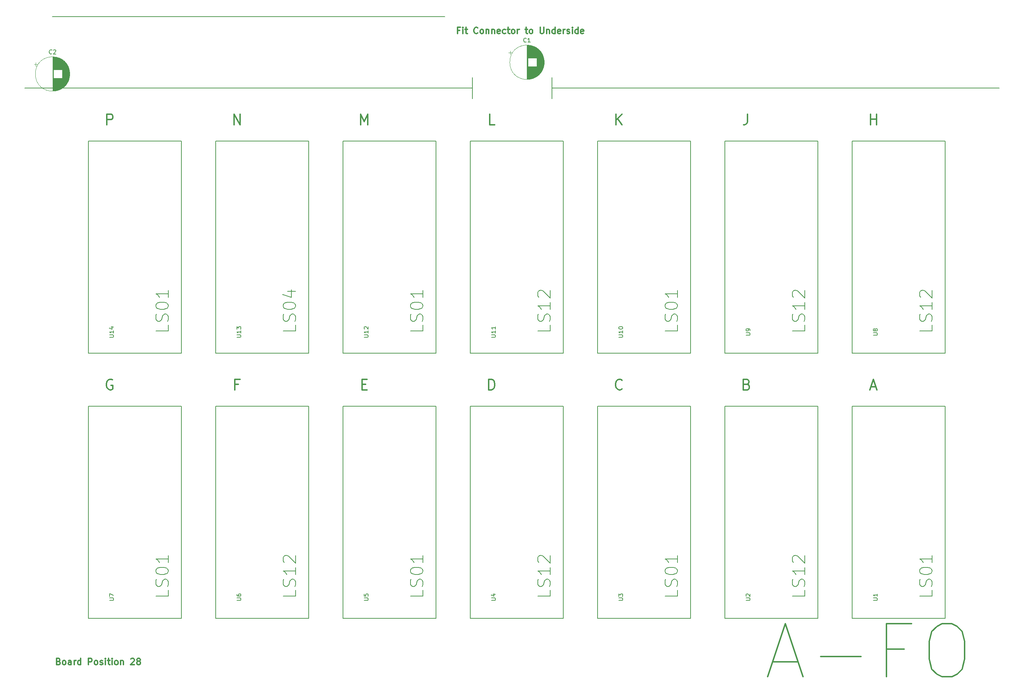
<source format=gbr>
G04 #@! TF.GenerationSoftware,KiCad,Pcbnew,(5.0.0)*
G04 #@! TF.CreationDate,2019-11-08T18:39:11+00:00*
G04 #@! TF.ProjectId,A-FO,412D464F2E6B696361645F7063620000,rev?*
G04 #@! TF.SameCoordinates,Original*
G04 #@! TF.FileFunction,Legend,Top*
G04 #@! TF.FilePolarity,Positive*
%FSLAX46Y46*%
G04 Gerber Fmt 4.6, Leading zero omitted, Abs format (unit mm)*
G04 Created by KiCad (PCBNEW (5.0.0)) date 11/08/19 18:39:11*
%MOMM*%
%LPD*%
G01*
G04 APERTURE LIST*
%ADD10C,0.300000*%
%ADD11C,0.200000*%
%ADD12C,0.150000*%
%ADD13C,0.120000*%
G04 APERTURE END LIST*
D10*
X33500000Y-180492857D02*
X33714285Y-180564285D01*
X33785714Y-180635714D01*
X33857142Y-180778571D01*
X33857142Y-180992857D01*
X33785714Y-181135714D01*
X33714285Y-181207142D01*
X33571428Y-181278571D01*
X33000000Y-181278571D01*
X33000000Y-179778571D01*
X33500000Y-179778571D01*
X33642857Y-179850000D01*
X33714285Y-179921428D01*
X33785714Y-180064285D01*
X33785714Y-180207142D01*
X33714285Y-180350000D01*
X33642857Y-180421428D01*
X33500000Y-180492857D01*
X33000000Y-180492857D01*
X34714285Y-181278571D02*
X34571428Y-181207142D01*
X34500000Y-181135714D01*
X34428571Y-180992857D01*
X34428571Y-180564285D01*
X34500000Y-180421428D01*
X34571428Y-180350000D01*
X34714285Y-180278571D01*
X34928571Y-180278571D01*
X35071428Y-180350000D01*
X35142857Y-180421428D01*
X35214285Y-180564285D01*
X35214285Y-180992857D01*
X35142857Y-181135714D01*
X35071428Y-181207142D01*
X34928571Y-181278571D01*
X34714285Y-181278571D01*
X36500000Y-181278571D02*
X36500000Y-180492857D01*
X36428571Y-180350000D01*
X36285714Y-180278571D01*
X36000000Y-180278571D01*
X35857142Y-180350000D01*
X36500000Y-181207142D02*
X36357142Y-181278571D01*
X36000000Y-181278571D01*
X35857142Y-181207142D01*
X35785714Y-181064285D01*
X35785714Y-180921428D01*
X35857142Y-180778571D01*
X36000000Y-180707142D01*
X36357142Y-180707142D01*
X36500000Y-180635714D01*
X37214285Y-181278571D02*
X37214285Y-180278571D01*
X37214285Y-180564285D02*
X37285714Y-180421428D01*
X37357142Y-180350000D01*
X37500000Y-180278571D01*
X37642857Y-180278571D01*
X38785714Y-181278571D02*
X38785714Y-179778571D01*
X38785714Y-181207142D02*
X38642857Y-181278571D01*
X38357142Y-181278571D01*
X38214285Y-181207142D01*
X38142857Y-181135714D01*
X38071428Y-180992857D01*
X38071428Y-180564285D01*
X38142857Y-180421428D01*
X38214285Y-180350000D01*
X38357142Y-180278571D01*
X38642857Y-180278571D01*
X38785714Y-180350000D01*
X40642857Y-181278571D02*
X40642857Y-179778571D01*
X41214285Y-179778571D01*
X41357142Y-179850000D01*
X41428571Y-179921428D01*
X41500000Y-180064285D01*
X41500000Y-180278571D01*
X41428571Y-180421428D01*
X41357142Y-180492857D01*
X41214285Y-180564285D01*
X40642857Y-180564285D01*
X42357142Y-181278571D02*
X42214285Y-181207142D01*
X42142857Y-181135714D01*
X42071428Y-180992857D01*
X42071428Y-180564285D01*
X42142857Y-180421428D01*
X42214285Y-180350000D01*
X42357142Y-180278571D01*
X42571428Y-180278571D01*
X42714285Y-180350000D01*
X42785714Y-180421428D01*
X42857142Y-180564285D01*
X42857142Y-180992857D01*
X42785714Y-181135714D01*
X42714285Y-181207142D01*
X42571428Y-181278571D01*
X42357142Y-181278571D01*
X43428571Y-181207142D02*
X43571428Y-181278571D01*
X43857142Y-181278571D01*
X44000000Y-181207142D01*
X44071428Y-181064285D01*
X44071428Y-180992857D01*
X44000000Y-180850000D01*
X43857142Y-180778571D01*
X43642857Y-180778571D01*
X43500000Y-180707142D01*
X43428571Y-180564285D01*
X43428571Y-180492857D01*
X43500000Y-180350000D01*
X43642857Y-180278571D01*
X43857142Y-180278571D01*
X44000000Y-180350000D01*
X44714285Y-181278571D02*
X44714285Y-180278571D01*
X44714285Y-179778571D02*
X44642857Y-179850000D01*
X44714285Y-179921428D01*
X44785714Y-179850000D01*
X44714285Y-179778571D01*
X44714285Y-179921428D01*
X45214285Y-180278571D02*
X45785714Y-180278571D01*
X45428571Y-179778571D02*
X45428571Y-181064285D01*
X45500000Y-181207142D01*
X45642857Y-181278571D01*
X45785714Y-181278571D01*
X46285714Y-181278571D02*
X46285714Y-180278571D01*
X46285714Y-179778571D02*
X46214285Y-179850000D01*
X46285714Y-179921428D01*
X46357142Y-179850000D01*
X46285714Y-179778571D01*
X46285714Y-179921428D01*
X47214285Y-181278571D02*
X47071428Y-181207142D01*
X47000000Y-181135714D01*
X46928571Y-180992857D01*
X46928571Y-180564285D01*
X47000000Y-180421428D01*
X47071428Y-180350000D01*
X47214285Y-180278571D01*
X47428571Y-180278571D01*
X47571428Y-180350000D01*
X47642857Y-180421428D01*
X47714285Y-180564285D01*
X47714285Y-180992857D01*
X47642857Y-181135714D01*
X47571428Y-181207142D01*
X47428571Y-181278571D01*
X47214285Y-181278571D01*
X48357142Y-180278571D02*
X48357142Y-181278571D01*
X48357142Y-180421428D02*
X48428571Y-180350000D01*
X48571428Y-180278571D01*
X48785714Y-180278571D01*
X48928571Y-180350000D01*
X49000000Y-180492857D01*
X49000000Y-181278571D01*
X50785714Y-179921428D02*
X50857142Y-179850000D01*
X51000000Y-179778571D01*
X51357142Y-179778571D01*
X51500000Y-179850000D01*
X51571428Y-179921428D01*
X51642857Y-180064285D01*
X51642857Y-180207142D01*
X51571428Y-180421428D01*
X50714285Y-181278571D01*
X51642857Y-181278571D01*
X52500000Y-180421428D02*
X52357142Y-180350000D01*
X52285714Y-180278571D01*
X52214285Y-180135714D01*
X52214285Y-180064285D01*
X52285714Y-179921428D01*
X52357142Y-179850000D01*
X52500000Y-179778571D01*
X52785714Y-179778571D01*
X52928571Y-179850000D01*
X53000000Y-179921428D01*
X53071428Y-180064285D01*
X53071428Y-180135714D01*
X53000000Y-180278571D01*
X52928571Y-180350000D01*
X52785714Y-180421428D01*
X52500000Y-180421428D01*
X52357142Y-180492857D01*
X52285714Y-180564285D01*
X52214285Y-180707142D01*
X52214285Y-180992857D01*
X52285714Y-181135714D01*
X52357142Y-181207142D01*
X52500000Y-181278571D01*
X52785714Y-181278571D01*
X52928571Y-181207142D01*
X53000000Y-181135714D01*
X53071428Y-180992857D01*
X53071428Y-180707142D01*
X53000000Y-180564285D01*
X52928571Y-180492857D01*
X52785714Y-180421428D01*
X45054761Y-51949047D02*
X45054761Y-49409047D01*
X46022380Y-49409047D01*
X46264285Y-49530000D01*
X46385238Y-49650952D01*
X46506190Y-49892857D01*
X46506190Y-50255714D01*
X46385238Y-50497619D01*
X46264285Y-50618571D01*
X46022380Y-50739523D01*
X45054761Y-50739523D01*
X75474285Y-51949047D02*
X75474285Y-49409047D01*
X76925714Y-51949047D01*
X76925714Y-49409047D01*
X105833333Y-51949047D02*
X105833333Y-49409047D01*
X106680000Y-51223333D01*
X107526666Y-49409047D01*
X107526666Y-51949047D01*
X137946190Y-51949047D02*
X136736666Y-51949047D01*
X136736666Y-49409047D01*
X166974761Y-51949047D02*
X166974761Y-49409047D01*
X168426190Y-51949047D02*
X167337619Y-50497619D01*
X168426190Y-49409047D02*
X166974761Y-50860476D01*
X198482857Y-49409047D02*
X198482857Y-51223333D01*
X198361904Y-51586190D01*
X198120000Y-51828095D01*
X197757142Y-51949047D01*
X197515238Y-51949047D01*
X227874285Y-51949047D02*
X227874285Y-49409047D01*
X227874285Y-50618571D02*
X229325714Y-50618571D01*
X229325714Y-51949047D02*
X229325714Y-49409047D01*
X46385238Y-113030000D02*
X46143333Y-112909047D01*
X45780476Y-112909047D01*
X45417619Y-113030000D01*
X45175714Y-113271904D01*
X45054761Y-113513809D01*
X44933809Y-113997619D01*
X44933809Y-114360476D01*
X45054761Y-114844285D01*
X45175714Y-115086190D01*
X45417619Y-115328095D01*
X45780476Y-115449047D01*
X46022380Y-115449047D01*
X46385238Y-115328095D01*
X46506190Y-115207142D01*
X46506190Y-114360476D01*
X46022380Y-114360476D01*
X76562857Y-114118571D02*
X75716190Y-114118571D01*
X75716190Y-115449047D02*
X75716190Y-112909047D01*
X76925714Y-112909047D01*
X106135714Y-114118571D02*
X106982380Y-114118571D01*
X107345238Y-115449047D02*
X106135714Y-115449047D01*
X106135714Y-112909047D01*
X107345238Y-112909047D01*
X136494761Y-115449047D02*
X136494761Y-112909047D01*
X137099523Y-112909047D01*
X137462380Y-113030000D01*
X137704285Y-113271904D01*
X137825238Y-113513809D01*
X137946190Y-113997619D01*
X137946190Y-114360476D01*
X137825238Y-114844285D01*
X137704285Y-115086190D01*
X137462380Y-115328095D01*
X137099523Y-115449047D01*
X136494761Y-115449047D01*
X168426190Y-115207142D02*
X168305238Y-115328095D01*
X167942380Y-115449047D01*
X167700476Y-115449047D01*
X167337619Y-115328095D01*
X167095714Y-115086190D01*
X166974761Y-114844285D01*
X166853809Y-114360476D01*
X166853809Y-113997619D01*
X166974761Y-113513809D01*
X167095714Y-113271904D01*
X167337619Y-113030000D01*
X167700476Y-112909047D01*
X167942380Y-112909047D01*
X168305238Y-113030000D01*
X168426190Y-113150952D01*
X198301428Y-114118571D02*
X198664285Y-114239523D01*
X198785238Y-114360476D01*
X198906190Y-114602380D01*
X198906190Y-114965238D01*
X198785238Y-115207142D01*
X198664285Y-115328095D01*
X198422380Y-115449047D01*
X197454761Y-115449047D01*
X197454761Y-112909047D01*
X198301428Y-112909047D01*
X198543333Y-113030000D01*
X198664285Y-113150952D01*
X198785238Y-113392857D01*
X198785238Y-113634761D01*
X198664285Y-113876666D01*
X198543333Y-113997619D01*
X198301428Y-114118571D01*
X197454761Y-114118571D01*
X227995238Y-114723333D02*
X229204761Y-114723333D01*
X227753333Y-115449047D02*
X228600000Y-112909047D01*
X229446666Y-115449047D01*
X129510071Y-29356857D02*
X129010071Y-29356857D01*
X129010071Y-30142571D02*
X129010071Y-28642571D01*
X129724357Y-28642571D01*
X130295785Y-30142571D02*
X130295785Y-29142571D01*
X130295785Y-28642571D02*
X130224357Y-28714000D01*
X130295785Y-28785428D01*
X130367214Y-28714000D01*
X130295785Y-28642571D01*
X130295785Y-28785428D01*
X130795785Y-29142571D02*
X131367214Y-29142571D01*
X131010071Y-28642571D02*
X131010071Y-29928285D01*
X131081500Y-30071142D01*
X131224357Y-30142571D01*
X131367214Y-30142571D01*
X133867214Y-29999714D02*
X133795785Y-30071142D01*
X133581500Y-30142571D01*
X133438642Y-30142571D01*
X133224357Y-30071142D01*
X133081500Y-29928285D01*
X133010071Y-29785428D01*
X132938642Y-29499714D01*
X132938642Y-29285428D01*
X133010071Y-28999714D01*
X133081500Y-28856857D01*
X133224357Y-28714000D01*
X133438642Y-28642571D01*
X133581500Y-28642571D01*
X133795785Y-28714000D01*
X133867214Y-28785428D01*
X134724357Y-30142571D02*
X134581500Y-30071142D01*
X134510071Y-29999714D01*
X134438642Y-29856857D01*
X134438642Y-29428285D01*
X134510071Y-29285428D01*
X134581500Y-29214000D01*
X134724357Y-29142571D01*
X134938642Y-29142571D01*
X135081500Y-29214000D01*
X135152928Y-29285428D01*
X135224357Y-29428285D01*
X135224357Y-29856857D01*
X135152928Y-29999714D01*
X135081500Y-30071142D01*
X134938642Y-30142571D01*
X134724357Y-30142571D01*
X135867214Y-29142571D02*
X135867214Y-30142571D01*
X135867214Y-29285428D02*
X135938642Y-29214000D01*
X136081500Y-29142571D01*
X136295785Y-29142571D01*
X136438642Y-29214000D01*
X136510071Y-29356857D01*
X136510071Y-30142571D01*
X137224357Y-29142571D02*
X137224357Y-30142571D01*
X137224357Y-29285428D02*
X137295785Y-29214000D01*
X137438642Y-29142571D01*
X137652928Y-29142571D01*
X137795785Y-29214000D01*
X137867214Y-29356857D01*
X137867214Y-30142571D01*
X139152928Y-30071142D02*
X139010071Y-30142571D01*
X138724357Y-30142571D01*
X138581500Y-30071142D01*
X138510071Y-29928285D01*
X138510071Y-29356857D01*
X138581500Y-29214000D01*
X138724357Y-29142571D01*
X139010071Y-29142571D01*
X139152928Y-29214000D01*
X139224357Y-29356857D01*
X139224357Y-29499714D01*
X138510071Y-29642571D01*
X140510071Y-30071142D02*
X140367214Y-30142571D01*
X140081500Y-30142571D01*
X139938642Y-30071142D01*
X139867214Y-29999714D01*
X139795785Y-29856857D01*
X139795785Y-29428285D01*
X139867214Y-29285428D01*
X139938642Y-29214000D01*
X140081500Y-29142571D01*
X140367214Y-29142571D01*
X140510071Y-29214000D01*
X140938642Y-29142571D02*
X141510071Y-29142571D01*
X141152928Y-28642571D02*
X141152928Y-29928285D01*
X141224357Y-30071142D01*
X141367214Y-30142571D01*
X141510071Y-30142571D01*
X142224357Y-30142571D02*
X142081500Y-30071142D01*
X142010071Y-29999714D01*
X141938642Y-29856857D01*
X141938642Y-29428285D01*
X142010071Y-29285428D01*
X142081500Y-29214000D01*
X142224357Y-29142571D01*
X142438642Y-29142571D01*
X142581500Y-29214000D01*
X142652928Y-29285428D01*
X142724357Y-29428285D01*
X142724357Y-29856857D01*
X142652928Y-29999714D01*
X142581500Y-30071142D01*
X142438642Y-30142571D01*
X142224357Y-30142571D01*
X143367214Y-30142571D02*
X143367214Y-29142571D01*
X143367214Y-29428285D02*
X143438642Y-29285428D01*
X143510071Y-29214000D01*
X143652928Y-29142571D01*
X143795785Y-29142571D01*
X145224357Y-29142571D02*
X145795785Y-29142571D01*
X145438642Y-28642571D02*
X145438642Y-29928285D01*
X145510071Y-30071142D01*
X145652928Y-30142571D01*
X145795785Y-30142571D01*
X146510071Y-30142571D02*
X146367214Y-30071142D01*
X146295785Y-29999714D01*
X146224357Y-29856857D01*
X146224357Y-29428285D01*
X146295785Y-29285428D01*
X146367214Y-29214000D01*
X146510071Y-29142571D01*
X146724357Y-29142571D01*
X146867214Y-29214000D01*
X146938642Y-29285428D01*
X147010071Y-29428285D01*
X147010071Y-29856857D01*
X146938642Y-29999714D01*
X146867214Y-30071142D01*
X146724357Y-30142571D01*
X146510071Y-30142571D01*
X148795785Y-28642571D02*
X148795785Y-29856857D01*
X148867214Y-29999714D01*
X148938642Y-30071142D01*
X149081500Y-30142571D01*
X149367214Y-30142571D01*
X149510071Y-30071142D01*
X149581500Y-29999714D01*
X149652928Y-29856857D01*
X149652928Y-28642571D01*
X150367214Y-29142571D02*
X150367214Y-30142571D01*
X150367214Y-29285428D02*
X150438642Y-29214000D01*
X150581500Y-29142571D01*
X150795785Y-29142571D01*
X150938642Y-29214000D01*
X151010071Y-29356857D01*
X151010071Y-30142571D01*
X152367214Y-30142571D02*
X152367214Y-28642571D01*
X152367214Y-30071142D02*
X152224357Y-30142571D01*
X151938642Y-30142571D01*
X151795785Y-30071142D01*
X151724357Y-29999714D01*
X151652928Y-29856857D01*
X151652928Y-29428285D01*
X151724357Y-29285428D01*
X151795785Y-29214000D01*
X151938642Y-29142571D01*
X152224357Y-29142571D01*
X152367214Y-29214000D01*
X153652928Y-30071142D02*
X153510071Y-30142571D01*
X153224357Y-30142571D01*
X153081500Y-30071142D01*
X153010071Y-29928285D01*
X153010071Y-29356857D01*
X153081500Y-29214000D01*
X153224357Y-29142571D01*
X153510071Y-29142571D01*
X153652928Y-29214000D01*
X153724357Y-29356857D01*
X153724357Y-29499714D01*
X153010071Y-29642571D01*
X154367214Y-30142571D02*
X154367214Y-29142571D01*
X154367214Y-29428285D02*
X154438642Y-29285428D01*
X154510071Y-29214000D01*
X154652928Y-29142571D01*
X154795785Y-29142571D01*
X155224357Y-30071142D02*
X155367214Y-30142571D01*
X155652928Y-30142571D01*
X155795785Y-30071142D01*
X155867214Y-29928285D01*
X155867214Y-29856857D01*
X155795785Y-29714000D01*
X155652928Y-29642571D01*
X155438642Y-29642571D01*
X155295785Y-29571142D01*
X155224357Y-29428285D01*
X155224357Y-29356857D01*
X155295785Y-29214000D01*
X155438642Y-29142571D01*
X155652928Y-29142571D01*
X155795785Y-29214000D01*
X156510071Y-30142571D02*
X156510071Y-29142571D01*
X156510071Y-28642571D02*
X156438642Y-28714000D01*
X156510071Y-28785428D01*
X156581500Y-28714000D01*
X156510071Y-28642571D01*
X156510071Y-28785428D01*
X157867214Y-30142571D02*
X157867214Y-28642571D01*
X157867214Y-30071142D02*
X157724357Y-30142571D01*
X157438642Y-30142571D01*
X157295785Y-30071142D01*
X157224357Y-29999714D01*
X157152928Y-29856857D01*
X157152928Y-29428285D01*
X157224357Y-29285428D01*
X157295785Y-29214000D01*
X157438642Y-29142571D01*
X157724357Y-29142571D01*
X157867214Y-29214000D01*
X159152928Y-30071142D02*
X159010071Y-30142571D01*
X158724357Y-30142571D01*
X158581500Y-30071142D01*
X158510071Y-29928285D01*
X158510071Y-29356857D01*
X158581500Y-29214000D01*
X158724357Y-29142571D01*
X159010071Y-29142571D01*
X159152928Y-29214000D01*
X159224357Y-29356857D01*
X159224357Y-29499714D01*
X158510071Y-29642571D01*
D11*
X32004000Y-26098500D02*
X125984000Y-26098500D01*
X151599900Y-40640000D02*
X151599900Y-45720000D01*
X151599900Y-43180000D02*
X258749800Y-43180000D01*
X132549900Y-40640000D02*
X132549900Y-45720000D01*
X25400000Y-43180000D02*
X132549900Y-43180000D01*
D10*
X204476047Y-180551666D02*
X210523666Y-180551666D01*
X203266523Y-184180238D02*
X207499857Y-171480238D01*
X211733190Y-184180238D01*
X215966523Y-179342142D02*
X225642714Y-179342142D01*
X235923666Y-177527857D02*
X231690333Y-177527857D01*
X231690333Y-184180238D02*
X231690333Y-171480238D01*
X237737952Y-171480238D01*
X244995095Y-171480238D02*
X247414142Y-171480238D01*
X248623666Y-172085000D01*
X249833190Y-173294523D01*
X250437952Y-175713571D01*
X250437952Y-179946904D01*
X249833190Y-182365952D01*
X248623666Y-183575476D01*
X247414142Y-184180238D01*
X244995095Y-184180238D01*
X243785571Y-183575476D01*
X242576047Y-182365952D01*
X241971285Y-179946904D01*
X241971285Y-175713571D01*
X242576047Y-173294523D01*
X243785571Y-172085000D01*
X244995095Y-171480238D01*
D12*
G04 #@! TO.C,U4*
X154305000Y-170180000D02*
X132080000Y-170180000D01*
X154305000Y-119380000D02*
X154305000Y-170180000D01*
X132080000Y-119380000D02*
X154305000Y-119380000D01*
X132080000Y-170180000D02*
X132080000Y-119380000D01*
G04 #@! TO.C,U8*
X245745000Y-106680000D02*
X223520000Y-106680000D01*
X245745000Y-55880000D02*
X245745000Y-106680000D01*
X223520000Y-55880000D02*
X245745000Y-55880000D01*
X223520000Y-106680000D02*
X223520000Y-55880000D01*
G04 #@! TO.C,U1*
X245745000Y-170180000D02*
X223520000Y-170180000D01*
X245745000Y-119380000D02*
X245745000Y-170180000D01*
X223520000Y-119380000D02*
X245745000Y-119380000D01*
X223520000Y-170180000D02*
X223520000Y-119380000D01*
G04 #@! TO.C,U12*
X123825000Y-106680000D02*
X101600000Y-106680000D01*
X123825000Y-55880000D02*
X123825000Y-106680000D01*
X101600000Y-55880000D02*
X123825000Y-55880000D01*
X101600000Y-106680000D02*
X101600000Y-55880000D01*
G04 #@! TO.C,U11*
X154305000Y-106680000D02*
X132080000Y-106680000D01*
X154305000Y-55880000D02*
X154305000Y-106680000D01*
X132080000Y-55880000D02*
X154305000Y-55880000D01*
X132080000Y-106680000D02*
X132080000Y-55880000D01*
G04 #@! TO.C,U14*
X62865000Y-106680000D02*
X40640000Y-106680000D01*
X62865000Y-55880000D02*
X62865000Y-106680000D01*
X40640000Y-55880000D02*
X62865000Y-55880000D01*
X40640000Y-106680000D02*
X40640000Y-55880000D01*
G04 #@! TO.C,U13*
X93345000Y-106680000D02*
X71120000Y-106680000D01*
X93345000Y-55880000D02*
X93345000Y-106680000D01*
X71120000Y-55880000D02*
X93345000Y-55880000D01*
X71120000Y-106680000D02*
X71120000Y-55880000D01*
G04 #@! TO.C,U2*
X215265000Y-170180000D02*
X193040000Y-170180000D01*
X215265000Y-119380000D02*
X215265000Y-170180000D01*
X193040000Y-119380000D02*
X215265000Y-119380000D01*
X193040000Y-170180000D02*
X193040000Y-119380000D01*
G04 #@! TO.C,U3*
X184785000Y-170180000D02*
X162560000Y-170180000D01*
X184785000Y-119380000D02*
X184785000Y-170180000D01*
X162560000Y-119380000D02*
X184785000Y-119380000D01*
X162560000Y-170180000D02*
X162560000Y-119380000D01*
G04 #@! TO.C,U9*
X215265000Y-106680000D02*
X193040000Y-106680000D01*
X215265000Y-55880000D02*
X215265000Y-106680000D01*
X193040000Y-55880000D02*
X215265000Y-55880000D01*
X193040000Y-106680000D02*
X193040000Y-55880000D01*
G04 #@! TO.C,U10*
X184785000Y-106680000D02*
X162560000Y-106680000D01*
X184785000Y-55880000D02*
X184785000Y-106680000D01*
X162560000Y-55880000D02*
X184785000Y-55880000D01*
X162560000Y-106680000D02*
X162560000Y-55880000D01*
G04 #@! TO.C,U5*
X123825000Y-170180000D02*
X101600000Y-170180000D01*
X123825000Y-119380000D02*
X123825000Y-170180000D01*
X101600000Y-119380000D02*
X123825000Y-119380000D01*
X101600000Y-170180000D02*
X101600000Y-119380000D01*
G04 #@! TO.C,U6*
X93345000Y-170180000D02*
X71120000Y-170180000D01*
X93345000Y-119380000D02*
X93345000Y-170180000D01*
X71120000Y-119380000D02*
X93345000Y-119380000D01*
X71120000Y-170180000D02*
X71120000Y-119380000D01*
G04 #@! TO.C,U7*
X62865000Y-170180000D02*
X40640000Y-170180000D01*
X62865000Y-119380000D02*
X62865000Y-170180000D01*
X40640000Y-119380000D02*
X62865000Y-119380000D01*
X40640000Y-170180000D02*
X40640000Y-119380000D01*
D13*
G04 #@! TO.C,C1*
X141640302Y-34285000D02*
X141640302Y-35085000D01*
X141240302Y-34685000D02*
X142040302Y-34685000D01*
X149731000Y-36467000D02*
X149731000Y-37533000D01*
X149691000Y-36232000D02*
X149691000Y-37768000D01*
X149651000Y-36052000D02*
X149651000Y-37948000D01*
X149611000Y-35902000D02*
X149611000Y-38098000D01*
X149571000Y-35771000D02*
X149571000Y-38229000D01*
X149531000Y-35654000D02*
X149531000Y-38346000D01*
X149491000Y-35547000D02*
X149491000Y-38453000D01*
X149451000Y-35448000D02*
X149451000Y-38552000D01*
X149411000Y-35355000D02*
X149411000Y-38645000D01*
X149371000Y-35269000D02*
X149371000Y-38731000D01*
X149331000Y-35187000D02*
X149331000Y-38813000D01*
X149291000Y-35110000D02*
X149291000Y-38890000D01*
X149251000Y-35036000D02*
X149251000Y-38964000D01*
X149211000Y-34966000D02*
X149211000Y-39034000D01*
X149171000Y-34898000D02*
X149171000Y-39102000D01*
X149131000Y-34834000D02*
X149131000Y-39166000D01*
X149091000Y-34772000D02*
X149091000Y-39228000D01*
X149051000Y-34713000D02*
X149051000Y-39287000D01*
X149011000Y-34655000D02*
X149011000Y-39345000D01*
X148971000Y-34600000D02*
X148971000Y-39400000D01*
X148931000Y-34546000D02*
X148931000Y-39454000D01*
X148891000Y-34495000D02*
X148891000Y-39505000D01*
X148851000Y-34444000D02*
X148851000Y-39556000D01*
X148811000Y-34396000D02*
X148811000Y-39604000D01*
X148771000Y-34349000D02*
X148771000Y-39651000D01*
X148731000Y-34303000D02*
X148731000Y-39697000D01*
X148691000Y-34259000D02*
X148691000Y-39741000D01*
X148651000Y-34216000D02*
X148651000Y-39784000D01*
X148611000Y-34174000D02*
X148611000Y-39826000D01*
X148571000Y-34133000D02*
X148571000Y-39867000D01*
X148531000Y-34093000D02*
X148531000Y-39907000D01*
X148491000Y-34055000D02*
X148491000Y-39945000D01*
X148451000Y-34017000D02*
X148451000Y-39983000D01*
X148411000Y-33981000D02*
X148411000Y-40019000D01*
X148371000Y-33945000D02*
X148371000Y-40055000D01*
X148331000Y-33910000D02*
X148331000Y-40090000D01*
X148291000Y-33876000D02*
X148291000Y-40124000D01*
X148251000Y-33844000D02*
X148251000Y-40156000D01*
X148211000Y-33811000D02*
X148211000Y-40189000D01*
X148171000Y-33780000D02*
X148171000Y-40220000D01*
X148131000Y-33750000D02*
X148131000Y-40250000D01*
X148091000Y-33720000D02*
X148091000Y-40280000D01*
X148051000Y-33691000D02*
X148051000Y-40309000D01*
X148011000Y-33662000D02*
X148011000Y-40338000D01*
X147971000Y-33635000D02*
X147971000Y-40365000D01*
X147931000Y-38040000D02*
X147931000Y-40392000D01*
X147931000Y-33608000D02*
X147931000Y-35960000D01*
X147891000Y-38040000D02*
X147891000Y-40418000D01*
X147891000Y-33582000D02*
X147891000Y-35960000D01*
X147851000Y-38040000D02*
X147851000Y-40444000D01*
X147851000Y-33556000D02*
X147851000Y-35960000D01*
X147811000Y-38040000D02*
X147811000Y-40469000D01*
X147811000Y-33531000D02*
X147811000Y-35960000D01*
X147771000Y-38040000D02*
X147771000Y-40493000D01*
X147771000Y-33507000D02*
X147771000Y-35960000D01*
X147731000Y-38040000D02*
X147731000Y-40517000D01*
X147731000Y-33483000D02*
X147731000Y-35960000D01*
X147691000Y-38040000D02*
X147691000Y-40540000D01*
X147691000Y-33460000D02*
X147691000Y-35960000D01*
X147651000Y-38040000D02*
X147651000Y-40562000D01*
X147651000Y-33438000D02*
X147651000Y-35960000D01*
X147611000Y-38040000D02*
X147611000Y-40584000D01*
X147611000Y-33416000D02*
X147611000Y-35960000D01*
X147571000Y-38040000D02*
X147571000Y-40606000D01*
X147571000Y-33394000D02*
X147571000Y-35960000D01*
X147531000Y-38040000D02*
X147531000Y-40627000D01*
X147531000Y-33373000D02*
X147531000Y-35960000D01*
X147491000Y-38040000D02*
X147491000Y-40647000D01*
X147491000Y-33353000D02*
X147491000Y-35960000D01*
X147451000Y-38040000D02*
X147451000Y-40666000D01*
X147451000Y-33334000D02*
X147451000Y-35960000D01*
X147411000Y-38040000D02*
X147411000Y-40686000D01*
X147411000Y-33314000D02*
X147411000Y-35960000D01*
X147371000Y-38040000D02*
X147371000Y-40704000D01*
X147371000Y-33296000D02*
X147371000Y-35960000D01*
X147331000Y-38040000D02*
X147331000Y-40722000D01*
X147331000Y-33278000D02*
X147331000Y-35960000D01*
X147291000Y-38040000D02*
X147291000Y-40740000D01*
X147291000Y-33260000D02*
X147291000Y-35960000D01*
X147251000Y-38040000D02*
X147251000Y-40757000D01*
X147251000Y-33243000D02*
X147251000Y-35960000D01*
X147211000Y-38040000D02*
X147211000Y-40774000D01*
X147211000Y-33226000D02*
X147211000Y-35960000D01*
X147171000Y-38040000D02*
X147171000Y-40790000D01*
X147171000Y-33210000D02*
X147171000Y-35960000D01*
X147131000Y-38040000D02*
X147131000Y-40805000D01*
X147131000Y-33195000D02*
X147131000Y-35960000D01*
X147091000Y-38040000D02*
X147091000Y-40821000D01*
X147091000Y-33179000D02*
X147091000Y-35960000D01*
X147051000Y-38040000D02*
X147051000Y-40835000D01*
X147051000Y-33165000D02*
X147051000Y-35960000D01*
X147011000Y-38040000D02*
X147011000Y-40850000D01*
X147011000Y-33150000D02*
X147011000Y-35960000D01*
X146971000Y-38040000D02*
X146971000Y-40863000D01*
X146971000Y-33137000D02*
X146971000Y-35960000D01*
X146931000Y-38040000D02*
X146931000Y-40877000D01*
X146931000Y-33123000D02*
X146931000Y-35960000D01*
X146891000Y-38040000D02*
X146891000Y-40889000D01*
X146891000Y-33111000D02*
X146891000Y-35960000D01*
X146851000Y-38040000D02*
X146851000Y-40902000D01*
X146851000Y-33098000D02*
X146851000Y-35960000D01*
X146811000Y-38040000D02*
X146811000Y-40914000D01*
X146811000Y-33086000D02*
X146811000Y-35960000D01*
X146771000Y-38040000D02*
X146771000Y-40925000D01*
X146771000Y-33075000D02*
X146771000Y-35960000D01*
X146731000Y-38040000D02*
X146731000Y-40936000D01*
X146731000Y-33064000D02*
X146731000Y-35960000D01*
X146691000Y-38040000D02*
X146691000Y-40947000D01*
X146691000Y-33053000D02*
X146691000Y-35960000D01*
X146651000Y-38040000D02*
X146651000Y-40957000D01*
X146651000Y-33043000D02*
X146651000Y-35960000D01*
X146611000Y-38040000D02*
X146611000Y-40967000D01*
X146611000Y-33033000D02*
X146611000Y-35960000D01*
X146571000Y-38040000D02*
X146571000Y-40976000D01*
X146571000Y-33024000D02*
X146571000Y-35960000D01*
X146531000Y-38040000D02*
X146531000Y-40985000D01*
X146531000Y-33015000D02*
X146531000Y-35960000D01*
X146491000Y-38040000D02*
X146491000Y-40994000D01*
X146491000Y-33006000D02*
X146491000Y-35960000D01*
X146451000Y-38040000D02*
X146451000Y-41002000D01*
X146451000Y-32998000D02*
X146451000Y-35960000D01*
X146411000Y-38040000D02*
X146411000Y-41010000D01*
X146411000Y-32990000D02*
X146411000Y-35960000D01*
X146371000Y-38040000D02*
X146371000Y-41017000D01*
X146371000Y-32983000D02*
X146371000Y-35960000D01*
X146330000Y-38040000D02*
X146330000Y-41024000D01*
X146330000Y-32976000D02*
X146330000Y-35960000D01*
X146290000Y-38040000D02*
X146290000Y-41030000D01*
X146290000Y-32970000D02*
X146290000Y-35960000D01*
X146250000Y-38040000D02*
X146250000Y-41037000D01*
X146250000Y-32963000D02*
X146250000Y-35960000D01*
X146210000Y-38040000D02*
X146210000Y-41042000D01*
X146210000Y-32958000D02*
X146210000Y-35960000D01*
X146170000Y-38040000D02*
X146170000Y-41048000D01*
X146170000Y-32952000D02*
X146170000Y-35960000D01*
X146130000Y-38040000D02*
X146130000Y-41052000D01*
X146130000Y-32948000D02*
X146130000Y-35960000D01*
X146090000Y-38040000D02*
X146090000Y-41057000D01*
X146090000Y-32943000D02*
X146090000Y-35960000D01*
X146050000Y-38040000D02*
X146050000Y-41061000D01*
X146050000Y-32939000D02*
X146050000Y-35960000D01*
X146010000Y-38040000D02*
X146010000Y-41065000D01*
X146010000Y-32935000D02*
X146010000Y-35960000D01*
X145970000Y-38040000D02*
X145970000Y-41068000D01*
X145970000Y-32932000D02*
X145970000Y-35960000D01*
X145930000Y-38040000D02*
X145930000Y-41071000D01*
X145930000Y-32929000D02*
X145930000Y-35960000D01*
X145890000Y-38040000D02*
X145890000Y-41074000D01*
X145890000Y-32926000D02*
X145890000Y-35960000D01*
X145850000Y-32924000D02*
X145850000Y-41076000D01*
X145810000Y-32923000D02*
X145810000Y-41077000D01*
X145770000Y-32921000D02*
X145770000Y-41079000D01*
X145730000Y-32920000D02*
X145730000Y-41080000D01*
X145690000Y-32920000D02*
X145690000Y-41080000D01*
X145650000Y-32920000D02*
X145650000Y-41080000D01*
X149770000Y-37000000D02*
G75*
G03X149770000Y-37000000I-4120000J0D01*
G01*
G04 #@! TO.C,C2*
X28040302Y-37085000D02*
X28040302Y-37885000D01*
X27640302Y-37485000D02*
X28440302Y-37485000D01*
X36131000Y-39267000D02*
X36131000Y-40333000D01*
X36091000Y-39032000D02*
X36091000Y-40568000D01*
X36051000Y-38852000D02*
X36051000Y-40748000D01*
X36011000Y-38702000D02*
X36011000Y-40898000D01*
X35971000Y-38571000D02*
X35971000Y-41029000D01*
X35931000Y-38454000D02*
X35931000Y-41146000D01*
X35891000Y-38347000D02*
X35891000Y-41253000D01*
X35851000Y-38248000D02*
X35851000Y-41352000D01*
X35811000Y-38155000D02*
X35811000Y-41445000D01*
X35771000Y-38069000D02*
X35771000Y-41531000D01*
X35731000Y-37987000D02*
X35731000Y-41613000D01*
X35691000Y-37910000D02*
X35691000Y-41690000D01*
X35651000Y-37836000D02*
X35651000Y-41764000D01*
X35611000Y-37766000D02*
X35611000Y-41834000D01*
X35571000Y-37698000D02*
X35571000Y-41902000D01*
X35531000Y-37634000D02*
X35531000Y-41966000D01*
X35491000Y-37572000D02*
X35491000Y-42028000D01*
X35451000Y-37513000D02*
X35451000Y-42087000D01*
X35411000Y-37455000D02*
X35411000Y-42145000D01*
X35371000Y-37400000D02*
X35371000Y-42200000D01*
X35331000Y-37346000D02*
X35331000Y-42254000D01*
X35291000Y-37295000D02*
X35291000Y-42305000D01*
X35251000Y-37244000D02*
X35251000Y-42356000D01*
X35211000Y-37196000D02*
X35211000Y-42404000D01*
X35171000Y-37149000D02*
X35171000Y-42451000D01*
X35131000Y-37103000D02*
X35131000Y-42497000D01*
X35091000Y-37059000D02*
X35091000Y-42541000D01*
X35051000Y-37016000D02*
X35051000Y-42584000D01*
X35011000Y-36974000D02*
X35011000Y-42626000D01*
X34971000Y-36933000D02*
X34971000Y-42667000D01*
X34931000Y-36893000D02*
X34931000Y-42707000D01*
X34891000Y-36855000D02*
X34891000Y-42745000D01*
X34851000Y-36817000D02*
X34851000Y-42783000D01*
X34811000Y-36781000D02*
X34811000Y-42819000D01*
X34771000Y-36745000D02*
X34771000Y-42855000D01*
X34731000Y-36710000D02*
X34731000Y-42890000D01*
X34691000Y-36676000D02*
X34691000Y-42924000D01*
X34651000Y-36644000D02*
X34651000Y-42956000D01*
X34611000Y-36611000D02*
X34611000Y-42989000D01*
X34571000Y-36580000D02*
X34571000Y-43020000D01*
X34531000Y-36550000D02*
X34531000Y-43050000D01*
X34491000Y-36520000D02*
X34491000Y-43080000D01*
X34451000Y-36491000D02*
X34451000Y-43109000D01*
X34411000Y-36462000D02*
X34411000Y-43138000D01*
X34371000Y-36435000D02*
X34371000Y-43165000D01*
X34331000Y-40840000D02*
X34331000Y-43192000D01*
X34331000Y-36408000D02*
X34331000Y-38760000D01*
X34291000Y-40840000D02*
X34291000Y-43218000D01*
X34291000Y-36382000D02*
X34291000Y-38760000D01*
X34251000Y-40840000D02*
X34251000Y-43244000D01*
X34251000Y-36356000D02*
X34251000Y-38760000D01*
X34211000Y-40840000D02*
X34211000Y-43269000D01*
X34211000Y-36331000D02*
X34211000Y-38760000D01*
X34171000Y-40840000D02*
X34171000Y-43293000D01*
X34171000Y-36307000D02*
X34171000Y-38760000D01*
X34131000Y-40840000D02*
X34131000Y-43317000D01*
X34131000Y-36283000D02*
X34131000Y-38760000D01*
X34091000Y-40840000D02*
X34091000Y-43340000D01*
X34091000Y-36260000D02*
X34091000Y-38760000D01*
X34051000Y-40840000D02*
X34051000Y-43362000D01*
X34051000Y-36238000D02*
X34051000Y-38760000D01*
X34011000Y-40840000D02*
X34011000Y-43384000D01*
X34011000Y-36216000D02*
X34011000Y-38760000D01*
X33971000Y-40840000D02*
X33971000Y-43406000D01*
X33971000Y-36194000D02*
X33971000Y-38760000D01*
X33931000Y-40840000D02*
X33931000Y-43427000D01*
X33931000Y-36173000D02*
X33931000Y-38760000D01*
X33891000Y-40840000D02*
X33891000Y-43447000D01*
X33891000Y-36153000D02*
X33891000Y-38760000D01*
X33851000Y-40840000D02*
X33851000Y-43466000D01*
X33851000Y-36134000D02*
X33851000Y-38760000D01*
X33811000Y-40840000D02*
X33811000Y-43486000D01*
X33811000Y-36114000D02*
X33811000Y-38760000D01*
X33771000Y-40840000D02*
X33771000Y-43504000D01*
X33771000Y-36096000D02*
X33771000Y-38760000D01*
X33731000Y-40840000D02*
X33731000Y-43522000D01*
X33731000Y-36078000D02*
X33731000Y-38760000D01*
X33691000Y-40840000D02*
X33691000Y-43540000D01*
X33691000Y-36060000D02*
X33691000Y-38760000D01*
X33651000Y-40840000D02*
X33651000Y-43557000D01*
X33651000Y-36043000D02*
X33651000Y-38760000D01*
X33611000Y-40840000D02*
X33611000Y-43574000D01*
X33611000Y-36026000D02*
X33611000Y-38760000D01*
X33571000Y-40840000D02*
X33571000Y-43590000D01*
X33571000Y-36010000D02*
X33571000Y-38760000D01*
X33531000Y-40840000D02*
X33531000Y-43605000D01*
X33531000Y-35995000D02*
X33531000Y-38760000D01*
X33491000Y-40840000D02*
X33491000Y-43621000D01*
X33491000Y-35979000D02*
X33491000Y-38760000D01*
X33451000Y-40840000D02*
X33451000Y-43635000D01*
X33451000Y-35965000D02*
X33451000Y-38760000D01*
X33411000Y-40840000D02*
X33411000Y-43650000D01*
X33411000Y-35950000D02*
X33411000Y-38760000D01*
X33371000Y-40840000D02*
X33371000Y-43663000D01*
X33371000Y-35937000D02*
X33371000Y-38760000D01*
X33331000Y-40840000D02*
X33331000Y-43677000D01*
X33331000Y-35923000D02*
X33331000Y-38760000D01*
X33291000Y-40840000D02*
X33291000Y-43689000D01*
X33291000Y-35911000D02*
X33291000Y-38760000D01*
X33251000Y-40840000D02*
X33251000Y-43702000D01*
X33251000Y-35898000D02*
X33251000Y-38760000D01*
X33211000Y-40840000D02*
X33211000Y-43714000D01*
X33211000Y-35886000D02*
X33211000Y-38760000D01*
X33171000Y-40840000D02*
X33171000Y-43725000D01*
X33171000Y-35875000D02*
X33171000Y-38760000D01*
X33131000Y-40840000D02*
X33131000Y-43736000D01*
X33131000Y-35864000D02*
X33131000Y-38760000D01*
X33091000Y-40840000D02*
X33091000Y-43747000D01*
X33091000Y-35853000D02*
X33091000Y-38760000D01*
X33051000Y-40840000D02*
X33051000Y-43757000D01*
X33051000Y-35843000D02*
X33051000Y-38760000D01*
X33011000Y-40840000D02*
X33011000Y-43767000D01*
X33011000Y-35833000D02*
X33011000Y-38760000D01*
X32971000Y-40840000D02*
X32971000Y-43776000D01*
X32971000Y-35824000D02*
X32971000Y-38760000D01*
X32931000Y-40840000D02*
X32931000Y-43785000D01*
X32931000Y-35815000D02*
X32931000Y-38760000D01*
X32891000Y-40840000D02*
X32891000Y-43794000D01*
X32891000Y-35806000D02*
X32891000Y-38760000D01*
X32851000Y-40840000D02*
X32851000Y-43802000D01*
X32851000Y-35798000D02*
X32851000Y-38760000D01*
X32811000Y-40840000D02*
X32811000Y-43810000D01*
X32811000Y-35790000D02*
X32811000Y-38760000D01*
X32771000Y-40840000D02*
X32771000Y-43817000D01*
X32771000Y-35783000D02*
X32771000Y-38760000D01*
X32730000Y-40840000D02*
X32730000Y-43824000D01*
X32730000Y-35776000D02*
X32730000Y-38760000D01*
X32690000Y-40840000D02*
X32690000Y-43830000D01*
X32690000Y-35770000D02*
X32690000Y-38760000D01*
X32650000Y-40840000D02*
X32650000Y-43837000D01*
X32650000Y-35763000D02*
X32650000Y-38760000D01*
X32610000Y-40840000D02*
X32610000Y-43842000D01*
X32610000Y-35758000D02*
X32610000Y-38760000D01*
X32570000Y-40840000D02*
X32570000Y-43848000D01*
X32570000Y-35752000D02*
X32570000Y-38760000D01*
X32530000Y-40840000D02*
X32530000Y-43852000D01*
X32530000Y-35748000D02*
X32530000Y-38760000D01*
X32490000Y-40840000D02*
X32490000Y-43857000D01*
X32490000Y-35743000D02*
X32490000Y-38760000D01*
X32450000Y-40840000D02*
X32450000Y-43861000D01*
X32450000Y-35739000D02*
X32450000Y-38760000D01*
X32410000Y-40840000D02*
X32410000Y-43865000D01*
X32410000Y-35735000D02*
X32410000Y-38760000D01*
X32370000Y-40840000D02*
X32370000Y-43868000D01*
X32370000Y-35732000D02*
X32370000Y-38760000D01*
X32330000Y-40840000D02*
X32330000Y-43871000D01*
X32330000Y-35729000D02*
X32330000Y-38760000D01*
X32290000Y-40840000D02*
X32290000Y-43874000D01*
X32290000Y-35726000D02*
X32290000Y-38760000D01*
X32250000Y-35724000D02*
X32250000Y-43876000D01*
X32210000Y-35723000D02*
X32210000Y-43877000D01*
X32170000Y-35721000D02*
X32170000Y-43879000D01*
X32130000Y-35720000D02*
X32130000Y-43880000D01*
X32090000Y-35720000D02*
X32090000Y-43880000D01*
X32050000Y-35720000D02*
X32050000Y-43880000D01*
X36170000Y-39800000D02*
G75*
G03X36170000Y-39800000I-4120000J0D01*
G01*
G04 #@! TO.C,U4*
D12*
X137112380Y-165861904D02*
X137921904Y-165861904D01*
X138017142Y-165814285D01*
X138064761Y-165766666D01*
X138112380Y-165671428D01*
X138112380Y-165480952D01*
X138064761Y-165385714D01*
X138017142Y-165338095D01*
X137921904Y-165290476D01*
X137112380Y-165290476D01*
X137445714Y-164385714D02*
X138112380Y-164385714D01*
X137064761Y-164623809D02*
X137779047Y-164861904D01*
X137779047Y-164242857D01*
X151217142Y-163377142D02*
X151217142Y-164805714D01*
X148217142Y-164805714D01*
X151074285Y-162520000D02*
X151217142Y-162091428D01*
X151217142Y-161377142D01*
X151074285Y-161091428D01*
X150931428Y-160948571D01*
X150645714Y-160805714D01*
X150360000Y-160805714D01*
X150074285Y-160948571D01*
X149931428Y-161091428D01*
X149788571Y-161377142D01*
X149645714Y-161948571D01*
X149502857Y-162234285D01*
X149360000Y-162377142D01*
X149074285Y-162520000D01*
X148788571Y-162520000D01*
X148502857Y-162377142D01*
X148360000Y-162234285D01*
X148217142Y-161948571D01*
X148217142Y-161234285D01*
X148360000Y-160805714D01*
X151217142Y-157948571D02*
X151217142Y-159662857D01*
X151217142Y-158805714D02*
X148217142Y-158805714D01*
X148645714Y-159091428D01*
X148931428Y-159377142D01*
X149074285Y-159662857D01*
X148502857Y-156805714D02*
X148360000Y-156662857D01*
X148217142Y-156377142D01*
X148217142Y-155662857D01*
X148360000Y-155377142D01*
X148502857Y-155234285D01*
X148788571Y-155091428D01*
X149074285Y-155091428D01*
X149502857Y-155234285D01*
X151217142Y-156948571D01*
X151217142Y-155091428D01*
G04 #@! TO.C,U8*
X228552380Y-102361904D02*
X229361904Y-102361904D01*
X229457142Y-102314285D01*
X229504761Y-102266666D01*
X229552380Y-102171428D01*
X229552380Y-101980952D01*
X229504761Y-101885714D01*
X229457142Y-101838095D01*
X229361904Y-101790476D01*
X228552380Y-101790476D01*
X228980952Y-101171428D02*
X228933333Y-101266666D01*
X228885714Y-101314285D01*
X228790476Y-101361904D01*
X228742857Y-101361904D01*
X228647619Y-101314285D01*
X228600000Y-101266666D01*
X228552380Y-101171428D01*
X228552380Y-100980952D01*
X228600000Y-100885714D01*
X228647619Y-100838095D01*
X228742857Y-100790476D01*
X228790476Y-100790476D01*
X228885714Y-100838095D01*
X228933333Y-100885714D01*
X228980952Y-100980952D01*
X228980952Y-101171428D01*
X229028571Y-101266666D01*
X229076190Y-101314285D01*
X229171428Y-101361904D01*
X229361904Y-101361904D01*
X229457142Y-101314285D01*
X229504761Y-101266666D01*
X229552380Y-101171428D01*
X229552380Y-100980952D01*
X229504761Y-100885714D01*
X229457142Y-100838095D01*
X229361904Y-100790476D01*
X229171428Y-100790476D01*
X229076190Y-100838095D01*
X229028571Y-100885714D01*
X228980952Y-100980952D01*
X242657142Y-99877142D02*
X242657142Y-101305714D01*
X239657142Y-101305714D01*
X242514285Y-99020000D02*
X242657142Y-98591428D01*
X242657142Y-97877142D01*
X242514285Y-97591428D01*
X242371428Y-97448571D01*
X242085714Y-97305714D01*
X241800000Y-97305714D01*
X241514285Y-97448571D01*
X241371428Y-97591428D01*
X241228571Y-97877142D01*
X241085714Y-98448571D01*
X240942857Y-98734285D01*
X240800000Y-98877142D01*
X240514285Y-99020000D01*
X240228571Y-99020000D01*
X239942857Y-98877142D01*
X239800000Y-98734285D01*
X239657142Y-98448571D01*
X239657142Y-97734285D01*
X239800000Y-97305714D01*
X242657142Y-94448571D02*
X242657142Y-96162857D01*
X242657142Y-95305714D02*
X239657142Y-95305714D01*
X240085714Y-95591428D01*
X240371428Y-95877142D01*
X240514285Y-96162857D01*
X239942857Y-93305714D02*
X239800000Y-93162857D01*
X239657142Y-92877142D01*
X239657142Y-92162857D01*
X239800000Y-91877142D01*
X239942857Y-91734285D01*
X240228571Y-91591428D01*
X240514285Y-91591428D01*
X240942857Y-91734285D01*
X242657142Y-93448571D01*
X242657142Y-91591428D01*
G04 #@! TO.C,U1*
X228552380Y-165861904D02*
X229361904Y-165861904D01*
X229457142Y-165814285D01*
X229504761Y-165766666D01*
X229552380Y-165671428D01*
X229552380Y-165480952D01*
X229504761Y-165385714D01*
X229457142Y-165338095D01*
X229361904Y-165290476D01*
X228552380Y-165290476D01*
X229552380Y-164290476D02*
X229552380Y-164861904D01*
X229552380Y-164576190D02*
X228552380Y-164576190D01*
X228695238Y-164671428D01*
X228790476Y-164766666D01*
X228838095Y-164861904D01*
X242657142Y-163377142D02*
X242657142Y-164805714D01*
X239657142Y-164805714D01*
X242514285Y-162520000D02*
X242657142Y-162091428D01*
X242657142Y-161377142D01*
X242514285Y-161091428D01*
X242371428Y-160948571D01*
X242085714Y-160805714D01*
X241800000Y-160805714D01*
X241514285Y-160948571D01*
X241371428Y-161091428D01*
X241228571Y-161377142D01*
X241085714Y-161948571D01*
X240942857Y-162234285D01*
X240800000Y-162377142D01*
X240514285Y-162520000D01*
X240228571Y-162520000D01*
X239942857Y-162377142D01*
X239800000Y-162234285D01*
X239657142Y-161948571D01*
X239657142Y-161234285D01*
X239800000Y-160805714D01*
X239657142Y-158948571D02*
X239657142Y-158662857D01*
X239800000Y-158377142D01*
X239942857Y-158234285D01*
X240228571Y-158091428D01*
X240800000Y-157948571D01*
X241514285Y-157948571D01*
X242085714Y-158091428D01*
X242371428Y-158234285D01*
X242514285Y-158377142D01*
X242657142Y-158662857D01*
X242657142Y-158948571D01*
X242514285Y-159234285D01*
X242371428Y-159377142D01*
X242085714Y-159520000D01*
X241514285Y-159662857D01*
X240800000Y-159662857D01*
X240228571Y-159520000D01*
X239942857Y-159377142D01*
X239800000Y-159234285D01*
X239657142Y-158948571D01*
X242657142Y-155091428D02*
X242657142Y-156805714D01*
X242657142Y-155948571D02*
X239657142Y-155948571D01*
X240085714Y-156234285D01*
X240371428Y-156520000D01*
X240514285Y-156805714D01*
G04 #@! TO.C,U12*
X106632380Y-102838095D02*
X107441904Y-102838095D01*
X107537142Y-102790476D01*
X107584761Y-102742857D01*
X107632380Y-102647619D01*
X107632380Y-102457142D01*
X107584761Y-102361904D01*
X107537142Y-102314285D01*
X107441904Y-102266666D01*
X106632380Y-102266666D01*
X107632380Y-101266666D02*
X107632380Y-101838095D01*
X107632380Y-101552380D02*
X106632380Y-101552380D01*
X106775238Y-101647619D01*
X106870476Y-101742857D01*
X106918095Y-101838095D01*
X106727619Y-100885714D02*
X106680000Y-100838095D01*
X106632380Y-100742857D01*
X106632380Y-100504761D01*
X106680000Y-100409523D01*
X106727619Y-100361904D01*
X106822857Y-100314285D01*
X106918095Y-100314285D01*
X107060952Y-100361904D01*
X107632380Y-100933333D01*
X107632380Y-100314285D01*
X120737142Y-99877142D02*
X120737142Y-101305714D01*
X117737142Y-101305714D01*
X120594285Y-99020000D02*
X120737142Y-98591428D01*
X120737142Y-97877142D01*
X120594285Y-97591428D01*
X120451428Y-97448571D01*
X120165714Y-97305714D01*
X119880000Y-97305714D01*
X119594285Y-97448571D01*
X119451428Y-97591428D01*
X119308571Y-97877142D01*
X119165714Y-98448571D01*
X119022857Y-98734285D01*
X118880000Y-98877142D01*
X118594285Y-99020000D01*
X118308571Y-99020000D01*
X118022857Y-98877142D01*
X117880000Y-98734285D01*
X117737142Y-98448571D01*
X117737142Y-97734285D01*
X117880000Y-97305714D01*
X117737142Y-95448571D02*
X117737142Y-95162857D01*
X117880000Y-94877142D01*
X118022857Y-94734285D01*
X118308571Y-94591428D01*
X118880000Y-94448571D01*
X119594285Y-94448571D01*
X120165714Y-94591428D01*
X120451428Y-94734285D01*
X120594285Y-94877142D01*
X120737142Y-95162857D01*
X120737142Y-95448571D01*
X120594285Y-95734285D01*
X120451428Y-95877142D01*
X120165714Y-96020000D01*
X119594285Y-96162857D01*
X118880000Y-96162857D01*
X118308571Y-96020000D01*
X118022857Y-95877142D01*
X117880000Y-95734285D01*
X117737142Y-95448571D01*
X120737142Y-91591428D02*
X120737142Y-93305714D01*
X120737142Y-92448571D02*
X117737142Y-92448571D01*
X118165714Y-92734285D01*
X118451428Y-93020000D01*
X118594285Y-93305714D01*
G04 #@! TO.C,U11*
X137112380Y-102838095D02*
X137921904Y-102838095D01*
X138017142Y-102790476D01*
X138064761Y-102742857D01*
X138112380Y-102647619D01*
X138112380Y-102457142D01*
X138064761Y-102361904D01*
X138017142Y-102314285D01*
X137921904Y-102266666D01*
X137112380Y-102266666D01*
X138112380Y-101266666D02*
X138112380Y-101838095D01*
X138112380Y-101552380D02*
X137112380Y-101552380D01*
X137255238Y-101647619D01*
X137350476Y-101742857D01*
X137398095Y-101838095D01*
X138112380Y-100314285D02*
X138112380Y-100885714D01*
X138112380Y-100600000D02*
X137112380Y-100600000D01*
X137255238Y-100695238D01*
X137350476Y-100790476D01*
X137398095Y-100885714D01*
X151217142Y-99877142D02*
X151217142Y-101305714D01*
X148217142Y-101305714D01*
X151074285Y-99020000D02*
X151217142Y-98591428D01*
X151217142Y-97877142D01*
X151074285Y-97591428D01*
X150931428Y-97448571D01*
X150645714Y-97305714D01*
X150360000Y-97305714D01*
X150074285Y-97448571D01*
X149931428Y-97591428D01*
X149788571Y-97877142D01*
X149645714Y-98448571D01*
X149502857Y-98734285D01*
X149360000Y-98877142D01*
X149074285Y-99020000D01*
X148788571Y-99020000D01*
X148502857Y-98877142D01*
X148360000Y-98734285D01*
X148217142Y-98448571D01*
X148217142Y-97734285D01*
X148360000Y-97305714D01*
X151217142Y-94448571D02*
X151217142Y-96162857D01*
X151217142Y-95305714D02*
X148217142Y-95305714D01*
X148645714Y-95591428D01*
X148931428Y-95877142D01*
X149074285Y-96162857D01*
X148502857Y-93305714D02*
X148360000Y-93162857D01*
X148217142Y-92877142D01*
X148217142Y-92162857D01*
X148360000Y-91877142D01*
X148502857Y-91734285D01*
X148788571Y-91591428D01*
X149074285Y-91591428D01*
X149502857Y-91734285D01*
X151217142Y-93448571D01*
X151217142Y-91591428D01*
G04 #@! TO.C,U14*
X45672380Y-102838095D02*
X46481904Y-102838095D01*
X46577142Y-102790476D01*
X46624761Y-102742857D01*
X46672380Y-102647619D01*
X46672380Y-102457142D01*
X46624761Y-102361904D01*
X46577142Y-102314285D01*
X46481904Y-102266666D01*
X45672380Y-102266666D01*
X46672380Y-101266666D02*
X46672380Y-101838095D01*
X46672380Y-101552380D02*
X45672380Y-101552380D01*
X45815238Y-101647619D01*
X45910476Y-101742857D01*
X45958095Y-101838095D01*
X46005714Y-100409523D02*
X46672380Y-100409523D01*
X45624761Y-100647619D02*
X46339047Y-100885714D01*
X46339047Y-100266666D01*
X59777142Y-99877142D02*
X59777142Y-101305714D01*
X56777142Y-101305714D01*
X59634285Y-99020000D02*
X59777142Y-98591428D01*
X59777142Y-97877142D01*
X59634285Y-97591428D01*
X59491428Y-97448571D01*
X59205714Y-97305714D01*
X58920000Y-97305714D01*
X58634285Y-97448571D01*
X58491428Y-97591428D01*
X58348571Y-97877142D01*
X58205714Y-98448571D01*
X58062857Y-98734285D01*
X57920000Y-98877142D01*
X57634285Y-99020000D01*
X57348571Y-99020000D01*
X57062857Y-98877142D01*
X56920000Y-98734285D01*
X56777142Y-98448571D01*
X56777142Y-97734285D01*
X56920000Y-97305714D01*
X56777142Y-95448571D02*
X56777142Y-95162857D01*
X56920000Y-94877142D01*
X57062857Y-94734285D01*
X57348571Y-94591428D01*
X57920000Y-94448571D01*
X58634285Y-94448571D01*
X59205714Y-94591428D01*
X59491428Y-94734285D01*
X59634285Y-94877142D01*
X59777142Y-95162857D01*
X59777142Y-95448571D01*
X59634285Y-95734285D01*
X59491428Y-95877142D01*
X59205714Y-96020000D01*
X58634285Y-96162857D01*
X57920000Y-96162857D01*
X57348571Y-96020000D01*
X57062857Y-95877142D01*
X56920000Y-95734285D01*
X56777142Y-95448571D01*
X59777142Y-91591428D02*
X59777142Y-93305714D01*
X59777142Y-92448571D02*
X56777142Y-92448571D01*
X57205714Y-92734285D01*
X57491428Y-93020000D01*
X57634285Y-93305714D01*
G04 #@! TO.C,U13*
X76152380Y-102838095D02*
X76961904Y-102838095D01*
X77057142Y-102790476D01*
X77104761Y-102742857D01*
X77152380Y-102647619D01*
X77152380Y-102457142D01*
X77104761Y-102361904D01*
X77057142Y-102314285D01*
X76961904Y-102266666D01*
X76152380Y-102266666D01*
X77152380Y-101266666D02*
X77152380Y-101838095D01*
X77152380Y-101552380D02*
X76152380Y-101552380D01*
X76295238Y-101647619D01*
X76390476Y-101742857D01*
X76438095Y-101838095D01*
X76152380Y-100933333D02*
X76152380Y-100314285D01*
X76533333Y-100647619D01*
X76533333Y-100504761D01*
X76580952Y-100409523D01*
X76628571Y-100361904D01*
X76723809Y-100314285D01*
X76961904Y-100314285D01*
X77057142Y-100361904D01*
X77104761Y-100409523D01*
X77152380Y-100504761D01*
X77152380Y-100790476D01*
X77104761Y-100885714D01*
X77057142Y-100933333D01*
X90257142Y-99877142D02*
X90257142Y-101305714D01*
X87257142Y-101305714D01*
X90114285Y-99020000D02*
X90257142Y-98591428D01*
X90257142Y-97877142D01*
X90114285Y-97591428D01*
X89971428Y-97448571D01*
X89685714Y-97305714D01*
X89400000Y-97305714D01*
X89114285Y-97448571D01*
X88971428Y-97591428D01*
X88828571Y-97877142D01*
X88685714Y-98448571D01*
X88542857Y-98734285D01*
X88400000Y-98877142D01*
X88114285Y-99020000D01*
X87828571Y-99020000D01*
X87542857Y-98877142D01*
X87400000Y-98734285D01*
X87257142Y-98448571D01*
X87257142Y-97734285D01*
X87400000Y-97305714D01*
X87257142Y-95448571D02*
X87257142Y-95162857D01*
X87400000Y-94877142D01*
X87542857Y-94734285D01*
X87828571Y-94591428D01*
X88400000Y-94448571D01*
X89114285Y-94448571D01*
X89685714Y-94591428D01*
X89971428Y-94734285D01*
X90114285Y-94877142D01*
X90257142Y-95162857D01*
X90257142Y-95448571D01*
X90114285Y-95734285D01*
X89971428Y-95877142D01*
X89685714Y-96020000D01*
X89114285Y-96162857D01*
X88400000Y-96162857D01*
X87828571Y-96020000D01*
X87542857Y-95877142D01*
X87400000Y-95734285D01*
X87257142Y-95448571D01*
X88257142Y-91877142D02*
X90257142Y-91877142D01*
X87114285Y-92591428D02*
X89257142Y-93305714D01*
X89257142Y-91448571D01*
G04 #@! TO.C,U2*
X198072380Y-165861904D02*
X198881904Y-165861904D01*
X198977142Y-165814285D01*
X199024761Y-165766666D01*
X199072380Y-165671428D01*
X199072380Y-165480952D01*
X199024761Y-165385714D01*
X198977142Y-165338095D01*
X198881904Y-165290476D01*
X198072380Y-165290476D01*
X198167619Y-164861904D02*
X198120000Y-164814285D01*
X198072380Y-164719047D01*
X198072380Y-164480952D01*
X198120000Y-164385714D01*
X198167619Y-164338095D01*
X198262857Y-164290476D01*
X198358095Y-164290476D01*
X198500952Y-164338095D01*
X199072380Y-164909523D01*
X199072380Y-164290476D01*
X212177142Y-163377142D02*
X212177142Y-164805714D01*
X209177142Y-164805714D01*
X212034285Y-162520000D02*
X212177142Y-162091428D01*
X212177142Y-161377142D01*
X212034285Y-161091428D01*
X211891428Y-160948571D01*
X211605714Y-160805714D01*
X211320000Y-160805714D01*
X211034285Y-160948571D01*
X210891428Y-161091428D01*
X210748571Y-161377142D01*
X210605714Y-161948571D01*
X210462857Y-162234285D01*
X210320000Y-162377142D01*
X210034285Y-162520000D01*
X209748571Y-162520000D01*
X209462857Y-162377142D01*
X209320000Y-162234285D01*
X209177142Y-161948571D01*
X209177142Y-161234285D01*
X209320000Y-160805714D01*
X212177142Y-157948571D02*
X212177142Y-159662857D01*
X212177142Y-158805714D02*
X209177142Y-158805714D01*
X209605714Y-159091428D01*
X209891428Y-159377142D01*
X210034285Y-159662857D01*
X209462857Y-156805714D02*
X209320000Y-156662857D01*
X209177142Y-156377142D01*
X209177142Y-155662857D01*
X209320000Y-155377142D01*
X209462857Y-155234285D01*
X209748571Y-155091428D01*
X210034285Y-155091428D01*
X210462857Y-155234285D01*
X212177142Y-156948571D01*
X212177142Y-155091428D01*
G04 #@! TO.C,U3*
X167592380Y-165861904D02*
X168401904Y-165861904D01*
X168497142Y-165814285D01*
X168544761Y-165766666D01*
X168592380Y-165671428D01*
X168592380Y-165480952D01*
X168544761Y-165385714D01*
X168497142Y-165338095D01*
X168401904Y-165290476D01*
X167592380Y-165290476D01*
X167592380Y-164909523D02*
X167592380Y-164290476D01*
X167973333Y-164623809D01*
X167973333Y-164480952D01*
X168020952Y-164385714D01*
X168068571Y-164338095D01*
X168163809Y-164290476D01*
X168401904Y-164290476D01*
X168497142Y-164338095D01*
X168544761Y-164385714D01*
X168592380Y-164480952D01*
X168592380Y-164766666D01*
X168544761Y-164861904D01*
X168497142Y-164909523D01*
X181697142Y-163377142D02*
X181697142Y-164805714D01*
X178697142Y-164805714D01*
X181554285Y-162520000D02*
X181697142Y-162091428D01*
X181697142Y-161377142D01*
X181554285Y-161091428D01*
X181411428Y-160948571D01*
X181125714Y-160805714D01*
X180840000Y-160805714D01*
X180554285Y-160948571D01*
X180411428Y-161091428D01*
X180268571Y-161377142D01*
X180125714Y-161948571D01*
X179982857Y-162234285D01*
X179840000Y-162377142D01*
X179554285Y-162520000D01*
X179268571Y-162520000D01*
X178982857Y-162377142D01*
X178840000Y-162234285D01*
X178697142Y-161948571D01*
X178697142Y-161234285D01*
X178840000Y-160805714D01*
X178697142Y-158948571D02*
X178697142Y-158662857D01*
X178840000Y-158377142D01*
X178982857Y-158234285D01*
X179268571Y-158091428D01*
X179840000Y-157948571D01*
X180554285Y-157948571D01*
X181125714Y-158091428D01*
X181411428Y-158234285D01*
X181554285Y-158377142D01*
X181697142Y-158662857D01*
X181697142Y-158948571D01*
X181554285Y-159234285D01*
X181411428Y-159377142D01*
X181125714Y-159520000D01*
X180554285Y-159662857D01*
X179840000Y-159662857D01*
X179268571Y-159520000D01*
X178982857Y-159377142D01*
X178840000Y-159234285D01*
X178697142Y-158948571D01*
X181697142Y-155091428D02*
X181697142Y-156805714D01*
X181697142Y-155948571D02*
X178697142Y-155948571D01*
X179125714Y-156234285D01*
X179411428Y-156520000D01*
X179554285Y-156805714D01*
G04 #@! TO.C,U9*
X198072380Y-102361904D02*
X198881904Y-102361904D01*
X198977142Y-102314285D01*
X199024761Y-102266666D01*
X199072380Y-102171428D01*
X199072380Y-101980952D01*
X199024761Y-101885714D01*
X198977142Y-101838095D01*
X198881904Y-101790476D01*
X198072380Y-101790476D01*
X199072380Y-101266666D02*
X199072380Y-101076190D01*
X199024761Y-100980952D01*
X198977142Y-100933333D01*
X198834285Y-100838095D01*
X198643809Y-100790476D01*
X198262857Y-100790476D01*
X198167619Y-100838095D01*
X198120000Y-100885714D01*
X198072380Y-100980952D01*
X198072380Y-101171428D01*
X198120000Y-101266666D01*
X198167619Y-101314285D01*
X198262857Y-101361904D01*
X198500952Y-101361904D01*
X198596190Y-101314285D01*
X198643809Y-101266666D01*
X198691428Y-101171428D01*
X198691428Y-100980952D01*
X198643809Y-100885714D01*
X198596190Y-100838095D01*
X198500952Y-100790476D01*
X212177142Y-99877142D02*
X212177142Y-101305714D01*
X209177142Y-101305714D01*
X212034285Y-99020000D02*
X212177142Y-98591428D01*
X212177142Y-97877142D01*
X212034285Y-97591428D01*
X211891428Y-97448571D01*
X211605714Y-97305714D01*
X211320000Y-97305714D01*
X211034285Y-97448571D01*
X210891428Y-97591428D01*
X210748571Y-97877142D01*
X210605714Y-98448571D01*
X210462857Y-98734285D01*
X210320000Y-98877142D01*
X210034285Y-99020000D01*
X209748571Y-99020000D01*
X209462857Y-98877142D01*
X209320000Y-98734285D01*
X209177142Y-98448571D01*
X209177142Y-97734285D01*
X209320000Y-97305714D01*
X212177142Y-94448571D02*
X212177142Y-96162857D01*
X212177142Y-95305714D02*
X209177142Y-95305714D01*
X209605714Y-95591428D01*
X209891428Y-95877142D01*
X210034285Y-96162857D01*
X209462857Y-93305714D02*
X209320000Y-93162857D01*
X209177142Y-92877142D01*
X209177142Y-92162857D01*
X209320000Y-91877142D01*
X209462857Y-91734285D01*
X209748571Y-91591428D01*
X210034285Y-91591428D01*
X210462857Y-91734285D01*
X212177142Y-93448571D01*
X212177142Y-91591428D01*
G04 #@! TO.C,U10*
X167592380Y-102838095D02*
X168401904Y-102838095D01*
X168497142Y-102790476D01*
X168544761Y-102742857D01*
X168592380Y-102647619D01*
X168592380Y-102457142D01*
X168544761Y-102361904D01*
X168497142Y-102314285D01*
X168401904Y-102266666D01*
X167592380Y-102266666D01*
X168592380Y-101266666D02*
X168592380Y-101838095D01*
X168592380Y-101552380D02*
X167592380Y-101552380D01*
X167735238Y-101647619D01*
X167830476Y-101742857D01*
X167878095Y-101838095D01*
X167592380Y-100647619D02*
X167592380Y-100552380D01*
X167640000Y-100457142D01*
X167687619Y-100409523D01*
X167782857Y-100361904D01*
X167973333Y-100314285D01*
X168211428Y-100314285D01*
X168401904Y-100361904D01*
X168497142Y-100409523D01*
X168544761Y-100457142D01*
X168592380Y-100552380D01*
X168592380Y-100647619D01*
X168544761Y-100742857D01*
X168497142Y-100790476D01*
X168401904Y-100838095D01*
X168211428Y-100885714D01*
X167973333Y-100885714D01*
X167782857Y-100838095D01*
X167687619Y-100790476D01*
X167640000Y-100742857D01*
X167592380Y-100647619D01*
X181697142Y-99877142D02*
X181697142Y-101305714D01*
X178697142Y-101305714D01*
X181554285Y-99020000D02*
X181697142Y-98591428D01*
X181697142Y-97877142D01*
X181554285Y-97591428D01*
X181411428Y-97448571D01*
X181125714Y-97305714D01*
X180840000Y-97305714D01*
X180554285Y-97448571D01*
X180411428Y-97591428D01*
X180268571Y-97877142D01*
X180125714Y-98448571D01*
X179982857Y-98734285D01*
X179840000Y-98877142D01*
X179554285Y-99020000D01*
X179268571Y-99020000D01*
X178982857Y-98877142D01*
X178840000Y-98734285D01*
X178697142Y-98448571D01*
X178697142Y-97734285D01*
X178840000Y-97305714D01*
X178697142Y-95448571D02*
X178697142Y-95162857D01*
X178840000Y-94877142D01*
X178982857Y-94734285D01*
X179268571Y-94591428D01*
X179840000Y-94448571D01*
X180554285Y-94448571D01*
X181125714Y-94591428D01*
X181411428Y-94734285D01*
X181554285Y-94877142D01*
X181697142Y-95162857D01*
X181697142Y-95448571D01*
X181554285Y-95734285D01*
X181411428Y-95877142D01*
X181125714Y-96020000D01*
X180554285Y-96162857D01*
X179840000Y-96162857D01*
X179268571Y-96020000D01*
X178982857Y-95877142D01*
X178840000Y-95734285D01*
X178697142Y-95448571D01*
X181697142Y-91591428D02*
X181697142Y-93305714D01*
X181697142Y-92448571D02*
X178697142Y-92448571D01*
X179125714Y-92734285D01*
X179411428Y-93020000D01*
X179554285Y-93305714D01*
G04 #@! TO.C,U5*
X106632380Y-165861904D02*
X107441904Y-165861904D01*
X107537142Y-165814285D01*
X107584761Y-165766666D01*
X107632380Y-165671428D01*
X107632380Y-165480952D01*
X107584761Y-165385714D01*
X107537142Y-165338095D01*
X107441904Y-165290476D01*
X106632380Y-165290476D01*
X106632380Y-164338095D02*
X106632380Y-164814285D01*
X107108571Y-164861904D01*
X107060952Y-164814285D01*
X107013333Y-164719047D01*
X107013333Y-164480952D01*
X107060952Y-164385714D01*
X107108571Y-164338095D01*
X107203809Y-164290476D01*
X107441904Y-164290476D01*
X107537142Y-164338095D01*
X107584761Y-164385714D01*
X107632380Y-164480952D01*
X107632380Y-164719047D01*
X107584761Y-164814285D01*
X107537142Y-164861904D01*
X120737142Y-163377142D02*
X120737142Y-164805714D01*
X117737142Y-164805714D01*
X120594285Y-162520000D02*
X120737142Y-162091428D01*
X120737142Y-161377142D01*
X120594285Y-161091428D01*
X120451428Y-160948571D01*
X120165714Y-160805714D01*
X119880000Y-160805714D01*
X119594285Y-160948571D01*
X119451428Y-161091428D01*
X119308571Y-161377142D01*
X119165714Y-161948571D01*
X119022857Y-162234285D01*
X118880000Y-162377142D01*
X118594285Y-162520000D01*
X118308571Y-162520000D01*
X118022857Y-162377142D01*
X117880000Y-162234285D01*
X117737142Y-161948571D01*
X117737142Y-161234285D01*
X117880000Y-160805714D01*
X117737142Y-158948571D02*
X117737142Y-158662857D01*
X117880000Y-158377142D01*
X118022857Y-158234285D01*
X118308571Y-158091428D01*
X118880000Y-157948571D01*
X119594285Y-157948571D01*
X120165714Y-158091428D01*
X120451428Y-158234285D01*
X120594285Y-158377142D01*
X120737142Y-158662857D01*
X120737142Y-158948571D01*
X120594285Y-159234285D01*
X120451428Y-159377142D01*
X120165714Y-159520000D01*
X119594285Y-159662857D01*
X118880000Y-159662857D01*
X118308571Y-159520000D01*
X118022857Y-159377142D01*
X117880000Y-159234285D01*
X117737142Y-158948571D01*
X120737142Y-155091428D02*
X120737142Y-156805714D01*
X120737142Y-155948571D02*
X117737142Y-155948571D01*
X118165714Y-156234285D01*
X118451428Y-156520000D01*
X118594285Y-156805714D01*
G04 #@! TO.C,U6*
X76152380Y-165861904D02*
X76961904Y-165861904D01*
X77057142Y-165814285D01*
X77104761Y-165766666D01*
X77152380Y-165671428D01*
X77152380Y-165480952D01*
X77104761Y-165385714D01*
X77057142Y-165338095D01*
X76961904Y-165290476D01*
X76152380Y-165290476D01*
X76152380Y-164385714D02*
X76152380Y-164576190D01*
X76200000Y-164671428D01*
X76247619Y-164719047D01*
X76390476Y-164814285D01*
X76580952Y-164861904D01*
X76961904Y-164861904D01*
X77057142Y-164814285D01*
X77104761Y-164766666D01*
X77152380Y-164671428D01*
X77152380Y-164480952D01*
X77104761Y-164385714D01*
X77057142Y-164338095D01*
X76961904Y-164290476D01*
X76723809Y-164290476D01*
X76628571Y-164338095D01*
X76580952Y-164385714D01*
X76533333Y-164480952D01*
X76533333Y-164671428D01*
X76580952Y-164766666D01*
X76628571Y-164814285D01*
X76723809Y-164861904D01*
X90257142Y-163377142D02*
X90257142Y-164805714D01*
X87257142Y-164805714D01*
X90114285Y-162520000D02*
X90257142Y-162091428D01*
X90257142Y-161377142D01*
X90114285Y-161091428D01*
X89971428Y-160948571D01*
X89685714Y-160805714D01*
X89400000Y-160805714D01*
X89114285Y-160948571D01*
X88971428Y-161091428D01*
X88828571Y-161377142D01*
X88685714Y-161948571D01*
X88542857Y-162234285D01*
X88400000Y-162377142D01*
X88114285Y-162520000D01*
X87828571Y-162520000D01*
X87542857Y-162377142D01*
X87400000Y-162234285D01*
X87257142Y-161948571D01*
X87257142Y-161234285D01*
X87400000Y-160805714D01*
X90257142Y-157948571D02*
X90257142Y-159662857D01*
X90257142Y-158805714D02*
X87257142Y-158805714D01*
X87685714Y-159091428D01*
X87971428Y-159377142D01*
X88114285Y-159662857D01*
X87542857Y-156805714D02*
X87400000Y-156662857D01*
X87257142Y-156377142D01*
X87257142Y-155662857D01*
X87400000Y-155377142D01*
X87542857Y-155234285D01*
X87828571Y-155091428D01*
X88114285Y-155091428D01*
X88542857Y-155234285D01*
X90257142Y-156948571D01*
X90257142Y-155091428D01*
G04 #@! TO.C,U7*
X45672380Y-165861904D02*
X46481904Y-165861904D01*
X46577142Y-165814285D01*
X46624761Y-165766666D01*
X46672380Y-165671428D01*
X46672380Y-165480952D01*
X46624761Y-165385714D01*
X46577142Y-165338095D01*
X46481904Y-165290476D01*
X45672380Y-165290476D01*
X45672380Y-164909523D02*
X45672380Y-164242857D01*
X46672380Y-164671428D01*
X59777142Y-163377142D02*
X59777142Y-164805714D01*
X56777142Y-164805714D01*
X59634285Y-162520000D02*
X59777142Y-162091428D01*
X59777142Y-161377142D01*
X59634285Y-161091428D01*
X59491428Y-160948571D01*
X59205714Y-160805714D01*
X58920000Y-160805714D01*
X58634285Y-160948571D01*
X58491428Y-161091428D01*
X58348571Y-161377142D01*
X58205714Y-161948571D01*
X58062857Y-162234285D01*
X57920000Y-162377142D01*
X57634285Y-162520000D01*
X57348571Y-162520000D01*
X57062857Y-162377142D01*
X56920000Y-162234285D01*
X56777142Y-161948571D01*
X56777142Y-161234285D01*
X56920000Y-160805714D01*
X56777142Y-158948571D02*
X56777142Y-158662857D01*
X56920000Y-158377142D01*
X57062857Y-158234285D01*
X57348571Y-158091428D01*
X57920000Y-157948571D01*
X58634285Y-157948571D01*
X59205714Y-158091428D01*
X59491428Y-158234285D01*
X59634285Y-158377142D01*
X59777142Y-158662857D01*
X59777142Y-158948571D01*
X59634285Y-159234285D01*
X59491428Y-159377142D01*
X59205714Y-159520000D01*
X58634285Y-159662857D01*
X57920000Y-159662857D01*
X57348571Y-159520000D01*
X57062857Y-159377142D01*
X56920000Y-159234285D01*
X56777142Y-158948571D01*
X59777142Y-155091428D02*
X59777142Y-156805714D01*
X59777142Y-155948571D02*
X56777142Y-155948571D01*
X57205714Y-156234285D01*
X57491428Y-156520000D01*
X57634285Y-156805714D01*
G04 #@! TO.C,C1*
X145483333Y-32107142D02*
X145435714Y-32154761D01*
X145292857Y-32202380D01*
X145197619Y-32202380D01*
X145054761Y-32154761D01*
X144959523Y-32059523D01*
X144911904Y-31964285D01*
X144864285Y-31773809D01*
X144864285Y-31630952D01*
X144911904Y-31440476D01*
X144959523Y-31345238D01*
X145054761Y-31250000D01*
X145197619Y-31202380D01*
X145292857Y-31202380D01*
X145435714Y-31250000D01*
X145483333Y-31297619D01*
X146435714Y-32202380D02*
X145864285Y-32202380D01*
X146150000Y-32202380D02*
X146150000Y-31202380D01*
X146054761Y-31345238D01*
X145959523Y-31440476D01*
X145864285Y-31488095D01*
G04 #@! TO.C,C2*
X31883333Y-34907142D02*
X31835714Y-34954761D01*
X31692857Y-35002380D01*
X31597619Y-35002380D01*
X31454761Y-34954761D01*
X31359523Y-34859523D01*
X31311904Y-34764285D01*
X31264285Y-34573809D01*
X31264285Y-34430952D01*
X31311904Y-34240476D01*
X31359523Y-34145238D01*
X31454761Y-34050000D01*
X31597619Y-34002380D01*
X31692857Y-34002380D01*
X31835714Y-34050000D01*
X31883333Y-34097619D01*
X32264285Y-34097619D02*
X32311904Y-34050000D01*
X32407142Y-34002380D01*
X32645238Y-34002380D01*
X32740476Y-34050000D01*
X32788095Y-34097619D01*
X32835714Y-34192857D01*
X32835714Y-34288095D01*
X32788095Y-34430952D01*
X32216666Y-35002380D01*
X32835714Y-35002380D01*
G04 #@! TD*
M02*

</source>
